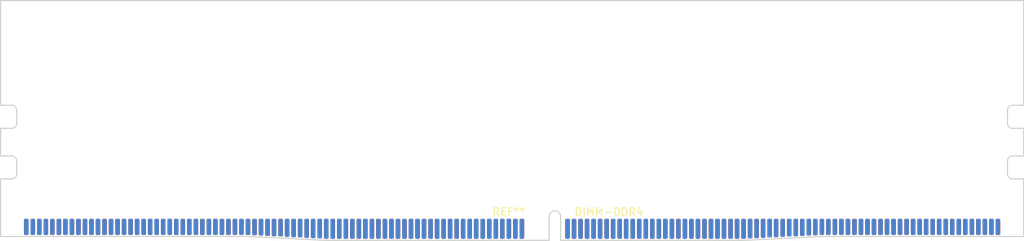
<source format=kicad_pcb>
(kicad_pcb (version 20241229) (generator "pcbnew") (generator_version "9.0")
  (layers (0 "F.Cu" signal) (2 "B.Cu" signal) (13 "F.Paste" user) (15 "B.Paste" user) (5 "F.SilkS" user "F.Silkscreen") (7 "B.SilkS" user "B.Silkscreen") (1 "F.Mask" user) (3 "B.Mask" user) (25 "Edge.Cuts" user))
  (net 0 "")
  (footprint "Library:DIMM-DDR4" (layer "F.Cu") (at 136.65 110)
    (property "Reference" "REF**" (at -1.7 -2.2 180) (layer "F.SilkS"))
    (property "Value" "DIMM-DDR4" (at 11.35 -2.2 0) (layer "F.SilkS"))
    (fp_line (start -67.95 -29.75) (end 65.4 -29.75) (stroke (width 0.15)) (layer "Edge.Cuts"))
    (fp_line (start -67.95 -16.1) (end -67.95 -29.75) (stroke (width 0.15)) (layer "Edge.Cuts"))
    (fp_line (start -67.95 -16.1) (end -66.5 -16.1) (stroke (width 0.15)) (layer "Edge.Cuts"))
    (fp_line (start -67.95 -13.1) (end -66.5 -13.1) (stroke (width 0.15)) (layer "Edge.Cuts"))
    (fp_line (start -67.95 -9.5) (end -67.95 -13.1) (stroke (width 0.15)) (layer "Edge.Cuts"))
    (fp_line (start -67.95 -9.5) (end -66.5 -9.5) (stroke (width 0.15)) (layer "Edge.Cuts"))
    (fp_line (start -67.95 -6.5) (end -66.5 -6.5) (stroke (width 0.15)) (layer "Edge.Cuts"))
    (fp_line (start -67.95 1) (end -67.95 -6.5) (stroke (width 0.15)) (layer "Edge.Cuts"))
    (fp_line (start -65.85 -13.75) (end -65.85 -15.45) (stroke (width 0.15)) (layer "Edge.Cuts"))
    (fp_line (start -65.85 -7.15) (end -65.85 -8.85) (stroke (width 0.15)) (layer "Edge.Cuts"))
    (fp_line (start -35.7 1) (end -67.95 1) (stroke (width 0.15)) (layer "Edge.Cuts"))
    (fp_line (start -25.5 1.5) (end -35.7 1) (stroke (width 0.15)) (layer "Edge.Cuts"))
    (fp_line (start 3.55 1.5) (end -25.5 1.5) (stroke (width 0.15)) (layer "Edge.Cuts"))
    (fp_line (start 3.55 1.5) (end 3.55 -1.6) (stroke (width 0.15)) (layer "Edge.Cuts"))
    (fp_line (start 5.05 -1.6) (end 5.05 1.5) (stroke (width 0.15)) (layer "Edge.Cuts"))
    (fp_line (start 5.05 1.5) (end 28.9 1.5) (stroke (width 0.15)) (layer "Edge.Cuts"))
    (fp_line (start 28.9 1.5) (end 39.1 1) (stroke (width 0.15)) (layer "Edge.Cuts"))
    (fp_line (start 39.1 1) (end 65.4 1) (stroke (width 0.15)) (layer "Edge.Cuts"))
    (fp_line (start 63.3 -13.75) (end 63.3 -15.45) (stroke (width 0.15)) (layer "Edge.Cuts"))
    (fp_line (start 63.3 -7.15) (end 63.3 -8.85) (stroke (width 0.15)) (layer "Edge.Cuts"))
    (fp_line (start 65.4 -16.1) (end 63.95 -16.1) (stroke (width 0.15)) (layer "Edge.Cuts"))
    (fp_line (start 65.4 -16.1) (end 65.4 -29.75) (stroke (width 0.15)) (layer "Edge.Cuts"))
    (fp_line (start 65.4 -13.1) (end 63.95 -13.1) (stroke (width 0.15)) (layer "Edge.Cuts"))
    (fp_line (start 65.4 -9.5) (end 63.95 -9.5) (stroke (width 0.15)) (layer "Edge.Cuts"))
    (fp_line (start 65.4 -9.5) (end 65.4 -13.1) (stroke (width 0.15)) (layer "Edge.Cuts"))
    (fp_line (start 65.4 -6.5) (end 63.95 -6.5) (stroke (width 0.15)) (layer "Edge.Cuts"))
    (fp_line (start 65.4 1) (end 65.4 -6.5) (stroke (width 0.15)) (layer "Edge.Cuts"))
    (fp_arc (start -66.5 -16.1) (mid -66.040381 -15.909619) (end -65.85 -15.45) (stroke (width 0.15)) (layer "Edge.Cuts"))
    (fp_arc (start -66.5 -9.5) (mid -66.040381 -9.309619) (end -65.85 -8.85) (stroke (width 0.15)) (layer "Edge.Cuts"))
    (fp_arc (start -65.85 -13.75) (mid -66.040381 -13.290381) (end -66.5 -13.1) (stroke (width 0.15)) (layer "Edge.Cuts"))
    (fp_arc (start -65.85 -7.15) (mid -66.040381 -6.690381) (end -66.5 -6.5) (stroke (width 0.15)) (layer "Edge.Cuts"))
    (fp_arc (start 3.55 -1.6) (mid 4.3 -2.35) (end 5.05 -1.6) (stroke (width 0.15)) (layer "Edge.Cuts"))
    (fp_arc (start 63.3 -15.45) (mid 63.490381 -15.909619) (end 63.95 -16.1) (stroke (width 0.15)) (layer "Edge.Cuts"))
    (fp_arc (start 63.3 -8.85) (mid 63.490381 -9.309619) (end 63.95 -9.5) (stroke (width 0.15)) (layer "Edge.Cuts"))
    (fp_arc (start 63.95 -13.1) (mid 63.490381 -13.290381) (end 63.3 -13.75) (stroke (width 0.15)) (layer "Edge.Cuts"))
    (fp_arc (start 63.95 -6.5) (mid 63.490381 -6.690381) (end 63.3 -7.15) (stroke (width 0.15)) (layer "Edge.Cuts"))
    (pad "1" smd roundrect (at -64.6 -0.25) (size 0.6 2.1) (layers "F.Cu" "F.Mask"))
    (pad "2" smd roundrect (at -63.75 -0.25) (size 0.6 2.1) (layers "F.Cu" "F.Mask"))
    (pad "3" smd roundrect (at -62.9 -0.25) (size 0.6 2.1) (layers "F.Cu" "F.Mask"))
    (pad "4" smd roundrect (at -62.05 -0.25) (size 0.6 2.1) (layers "F.Cu" "F.Mask"))
    (pad "5" smd roundrect (at -61.2 -0.25) (size 0.6 2.1) (layers "F.Cu" "F.Mask"))
    (pad "6" smd roundrect (at -60.35 -0.25) (size 0.6 2.1) (layers "F.Cu" "F.Mask"))
    (pad "7" smd roundrect (at -59.5 -0.25) (size 0.6 2.1) (layers "F.Cu" "F.Mask"))
    (pad "8" smd roundrect (at -58.65 -0.25) (size 0.6 2.1) (layers "F.Cu" "F.Mask"))
    (pad "9" smd roundrect (at -57.8 -0.25) (size 0.6 2.1) (layers "F.Cu" "F.Mask"))
    (pad "10" smd roundrect (at -56.95 -0.25) (size 0.6 2.1) (layers "F.Cu" "F.Mask"))
    (pad "11" smd roundrect (at -56.1 -0.25) (size 0.6 2.1) (layers "F.Cu" "F.Mask"))
    (pad "12" smd roundrect (at -55.25 -0.25) (size 0.6 2.1) (layers "F.Cu" "F.Mask"))
    (pad "13" smd roundrect (at -54.4 -0.25) (size 0.6 2.1) (layers "F.Cu" "F.Mask"))
    (pad "14" smd roundrect (at -53.55 -0.25) (size 0.6 2.1) (layers "F.Cu" "F.Mask"))
    (pad "15" smd roundrect (at -52.7 -0.25) (size 0.6 2.1) (layers "F.Cu" "F.Mask"))
    (pad "16" smd roundrect (at -51.85 -0.25) (size 0.6 2.1) (layers "F.Cu" "F.Mask"))
    (pad "17" smd roundrect (at -51 -0.25) (size 0.6 2.1) (layers "F.Cu" "F.Mask"))
    (pad "18" smd roundrect (at -50.15 -0.25) (size 0.6 2.1) (layers "F.Cu" "F.Mask"))
    (pad "19" smd roundrect (at -49.3 -0.25) (size 0.6 2.1) (layers "F.Cu" "F.Mask"))
    (pad "20" smd roundrect (at -48.45 -0.25) (size 0.6 2.1) (layers "F.Cu" "F.Mask"))
    (pad "21" smd roundrect (at -47.6 -0.25) (size 0.6 2.1) (layers "F.Cu" "F.Mask"))
    (pad "22" smd roundrect (at -46.75 -0.25) (size 0.6 2.1) (layers "F.Cu" "F.Mask"))
    (pad "23" smd roundrect (at -45.9 -0.25) (size 0.6 2.1) (layers "F.Cu" "F.Mask"))
    (pad "24" smd roundrect (at -45.05 -0.25) (size 0.6 2.1) (layers "F.Cu" "F.Mask"))
    (pad "25" smd roundrect (at -44.2 -0.25) (size 0.6 2.1) (layers "F.Cu" "F.Mask"))
    (pad "26" smd roundrect (at -43.35 -0.25) (size 0.6 2.1) (layers "F.Cu" "F.Mask"))
    (pad "27" smd roundrect (at -42.5 -0.25) (size 0.6 2.1) (layers "F.Cu" "F.Mask"))
    (pad "28" smd roundrect (at -41.65 -0.25) (size 0.6 2.1) (layers "F.Cu" "F.Mask"))
    (pad "29" smd roundrect (at -40.8 -0.25) (size 0.6 2.1) (layers "F.Cu" "F.Mask"))
    (pad "30" smd roundrect (at -39.95 -0.25) (size 0.6 2.1) (layers "F.Cu" "F.Mask"))
    (pad "31" smd roundrect (at -39.1 -0.25) (size 0.6 2.1) (layers "F.Cu" "F.Mask"))
    (pad "32" smd roundrect (at -38.25 -0.25) (size 0.6 2.1) (layers "F.Cu" "F.Mask"))
    (pad "33" smd roundrect (at -37.4 -0.25) (size 0.6 2.1) (layers "F.Cu" "F.Mask"))
    (pad "34" smd roundrect (at -36.55 -0.25) (size 0.6 2.1) (layers "F.Cu" "F.Mask"))
    (pad "35" smd roundrect (at -35.7 -0.25) (size 0.6 2.1) (layers "F.Cu" "F.Mask"))
    (pad "36" smd roundrect (at -34.85 0) (size 0.6 2.141667) (drill (offset 0 -0.229167)) (layers "F.Cu" "F.Mask"))
    (pad "37" smd roundrect (at -34 0) (size 0.6 2.183333) (drill (offset 0 -0.208333)) (layers "F.Cu" "F.Mask"))
    (pad "38" smd roundrect (at -33.15 0) (size 0.6 2.225) (drill (offset 0 -0.1875)) (layers "F.Cu" "F.Mask"))
    (pad "39" smd roundrect (at -32.3 0) (size 0.6 2.266667) (drill (offset 0 -0.166667)) (layers "F.Cu" "F.Mask"))
    (pad "40" smd roundrect (at -31.45 0) (size 0.6 2.308333) (drill (offset 0 -0.145833)) (layers "F.Cu" "F.Mask"))
    (pad "41" smd roundrect (at -30.6 0) (size 0.6 2.35) (drill (offset 0 -0.125)) (layers "F.Cu" "F.Mask"))
    (pad "42" smd roundrect (at -29.75 0) (size 0.6 2.391667) (drill (offset 0 -0.104167)) (layers "F.Cu" "F.Mask"))
    (pad "43" smd roundrect (at -28.9 0) (size 0.6 2.433333) (drill (offset 0 -0.083333)) (layers "F.Cu" "F.Mask"))
    (pad "44" smd roundrect (at -28.05 0) (size 0.6 2.475) (drill (offset 0 -0.0625)) (layers "F.Cu" "F.Mask"))
    (pad "45" smd roundrect (at -27.2 0) (size 0.6 2.516667) (drill (offset 0 -0.041667)) (layers "F.Cu" "F.Mask"))
    (pad "46" smd roundrect (at -26.35 0) (size 0.6 2.558333) (drill (offset 0 -0.020833)) (layers "F.Cu" "F.Mask"))
    (pad "47" smd roundrect (at -25.5 0) (size 0.6 2.6) (layers "F.Cu" "F.Mask"))
    (pad "48" smd roundrect (at -24.65 0) (size 0.6 2.6) (layers "F.Cu" "F.Mask"))
    (pad "49" smd roundrect (at -23.8 0) (size 0.6 2.6) (layers "F.Cu" "F.Mask"))
    (pad "50" smd roundrect (at -22.95 0) (size 0.6 2.6) (layers "F.Cu" "F.Mask"))
    (pad "51" smd roundrect (at -22.1 0) (size 0.6 2.6) (layers "F.Cu" "F.Mask"))
    (pad "52" smd roundrect (at -21.25 0) (size 0.6 2.6) (layers "F.Cu" "F.Mask"))
    (pad "53" smd roundrect (at -20.4 0) (size 0.6 2.6) (layers "F.Cu" "F.Mask"))
    (pad "54" smd roundrect (at -19.55 0) (size 0.6 2.6) (layers "F.Cu" "F.Mask"))
    (pad "55" smd roundrect (at -18.7 0) (size 0.6 2.6) (layers "F.Cu" "F.Mask"))
    (pad "56" smd roundrect (at -17.85 0) (size 0.6 2.6) (layers "F.Cu" "F.Mask"))
    (pad "57" smd roundrect (at -17 0) (size 0.6 2.6) (layers "F.Cu" "F.Mask"))
    (pad "58" smd roundrect (at -16.15 0) (size 0.6 2.6) (layers "F.Cu" "F.Mask"))
    (pad "59" smd roundrect (at -15.3 0) (size 0.6 2.6) (layers "F.Cu" "F.Mask"))
    (pad "60" smd roundrect (at -14.45 0) (size 0.6 2.6) (layers "F.Cu" "F.Mask"))
    (pad "61" smd roundrect (at -13.6 0) (size 0.6 2.6) (layers "F.Cu" "F.Mask"))
    (pad "62" smd roundrect (at -12.75 0) (size 0.6 2.6) (layers "F.Cu" "F.Mask"))
    (pad "63" smd roundrect (at -11.9 0) (size 0.6 2.6) (layers "F.Cu" "F.Mask"))
    (pad "64" smd roundrect (at -11.05 0) (size 0.6 2.6) (layers "F.Cu" "F.Mask"))
    (pad "65" smd roundrect (at -10.2 0) (size 0.6 2.6) (layers "F.Cu" "F.Mask"))
    (pad "66" smd roundrect (at -9.35 0) (size 0.6 2.6) (layers "F.Cu" "F.Mask"))
    (pad "67" smd roundrect (at -8.5 0) (size 0.6 2.6) (layers "F.Cu" "F.Mask"))
    (pad "68" smd roundrect (at -7.65 0) (size 0.6 2.6) (layers "F.Cu" "F.Mask"))
    (pad "69" smd roundrect (at -6.8 0) (size 0.6 2.6) (layers "F.Cu" "F.Mask"))
    (pad "70" smd roundrect (at -5.95 0) (size 0.6 2.6) (layers "F.Cu" "F.Mask"))
    (pad "71" smd roundrect (at -5.1 0) (size 0.6 2.6) (layers "F.Cu" "F.Mask"))
    (pad "72" smd roundrect (at -4.25 0) (size 0.6 2.6) (layers "F.Cu" "F.Mask"))
    (pad "73" smd roundrect (at -3.4 0) (size 0.6 2.6) (layers "F.Cu" "F.Mask"))
    (pad "74" smd roundrect (at -2.55 0) (size 0.6 2.6) (layers "F.Cu" "F.Mask"))
    (pad "75" smd roundrect (at -1.7 0) (size 0.6 2.6) (layers "F.Cu" "F.Mask"))
    (pad "76" smd roundrect (at -0.85 0) (size 0.6 2.6) (layers "F.Cu" "F.Mask"))
    (pad "77" smd roundrect (at 0 0) (size 0.6 2.6) (layers "F.Cu" "F.Mask"))
    (pad "78" smd roundrect (at 5.95 0) (size 0.6 2.6) (layers "F.Cu" "F.Mask"))
    (pad "79" smd roundrect (at 6.8 0) (size 0.6 2.6) (layers "F.Cu" "F.Mask"))
    (pad "80" smd roundrect (at 7.65 0) (size 0.6 2.6) (layers "F.Cu" "F.Mask"))
    (pad "81" smd roundrect (at 8.5 0) (size 0.6 2.6) (layers "F.Cu" "F.Mask"))
    (pad "82" smd roundrect (at 9.35 0) (size 0.6 2.6) (layers "F.Cu" "F.Mask"))
    (pad "83" smd roundrect (at 10.2 0) (size 0.6 2.6) (layers "F.Cu" "F.Mask"))
    (pad "84" smd roundrect (at 11.05 0) (size 0.6 2.6) (layers "F.Cu" "F.Mask"))
    (pad "85" smd roundrect (at 11.9 0) (size 0.6 2.6) (layers "F.Cu" "F.Mask"))
    (pad "86" smd roundrect (at 12.75 0) (size 0.6 2.6) (layers "F.Cu" "F.Mask"))
    (pad "87" smd roundrect (at 13.6 0) (size 0.6 2.6) (layers "F.Cu" "F.Mask"))
    (pad "88" smd roundrect (at 14.45 0) (size 0.6 2.6) (layers "F.Cu" "F.Mask"))
    (pad "89" smd roundrect (at 15.3 0) (size 0.6 2.6) (layers "F.Cu" "F.Mask"))
    (pad "90" smd roundrect (at 16.15 0) (size 0.6 2.6) (layers "F.Cu" "F.Mask"))
    (pad "91" smd roundrect (at 17 0) (size 0.6 2.6) (layers "F.Cu" "F.Mask"))
    (pad "92" smd roundrect (at 17.85 0) (size 0.6 2.6) (layers "F.Cu" "F.Mask"))
    (pad "93" smd roundrect (at 18.7 0) (size 0.6 2.6) (layers "F.Cu" "F.Mask"))
    (pad "94" smd roundrect (at 19.55 0) (size 0.6 2.6) (layers "F.Cu" "F.Mask"))
    (pad "95" smd roundrect (at 20.4 0) (size 0.6 2.6) (layers "F.Cu" "F.Mask"))
    (pad "96" smd roundrect (at 21.25 0) (size 0.6 2.6) (layers "F.Cu" "F.Mask"))
    (pad "97" smd roundrect (at 22.1 0) (size 0.6 2.6) (layers "F.Cu" "F.Mask"))
    (pad "98" smd roundrect (at 22.95 0) (size 0.6 2.6) (layers "F.Cu" "F.Mask"))
    (pad "99" smd roundrect (at 23.8 0) (size 0.6 2.6) (layers "F.Cu" "F.Mask"))
    (pad "100" smd roundrect (at 24.65 0) (size 0.6 2.6) (layers "F.Cu" "F.Mask"))
    (pad "101" smd roundrect (at 25.5 0) (size 0.6 2.6) (layers "F.Cu" "F.Mask"))
    (pad "102" smd roundrect (at 26.35 0) (size 0.6 2.6) (layers "F.Cu" "F.Mask"))
    (pad "103" smd roundrect (at 27.2 0) (size 0.6 2.6) (layers "F.Cu" "F.Mask"))
    (pad "104" smd roundrect (at 28.05 0) (size 0.6 2.6) (layers "F.Cu" "F.Mask"))
    (pad "105" smd roundrect (at 28.9 0) (size 0.6 2.6) (layers "F.Cu" "F.Mask"))
    (pad "106" smd roundrect (at 29.75 0) (size 0.6 2.558333) (drill (offset 0 -0.020833)) (layers "F.Cu" "F.Mask"))
    (pad "107" smd roundrect (at 30.6 0) (size 0.6 2.516667) (drill (offset 0 -0.041667)) (layers "F.Cu" "F.Mask"))
    (pad "108" smd roundrect (at 31.45 0) (size 0.6 2.475) (drill (offset 0 -0.0625)) (layers "F.Cu" "F.Mask"))
    (pad "109" smd roundrect (at 32.3 0) (size 0.6 2.433333) (drill (offset 0 -0.083333)) (layers "F.Cu" "F.Mask"))
    (pad "110" smd roundrect (at 33.15 0) (size 0.6 2.391667) (drill (offset 0 -0.104167)) (layers "F.Cu" "F.Mask"))
    (pad "111" smd roundrect (at 34 0) (size 0.6 2.35) (drill (offset 0 -0.125)) (layers "F.Cu" "F.Mask"))
    (pad "112" smd roundrect (at 34.85 0) (size 0.6 2.308333) (drill (offset 0 -0.145833)) (layers "F.Cu" "F.Mask"))
    (pad "113" smd roundrect (at 35.7 0) (size 0.6 2.266667) (drill (offset 0 -0.166667)) (layers "F.Cu" "F.Mask"))
    (pad "114" smd roundrect (at 36.55 0) (size 0.6 2.225) (drill (offset 0 -0.1875)) (layers "F.Cu" "F.Mask"))
    (pad "115" smd roundrect (at 37.4 0) (size 0.6 2.183333) (drill (offset 0 -0.208333)) (layers "F.Cu" "F.Mask"))
    (pad "116" smd roundrect (at 38.25 0) (size 0.6 2.141667) (drill (offset 0 -0.229167)) (layers "F.Cu" "F.Mask"))
    (pad "117" smd roundrect (at 39.1 -0.25) (size 0.6 2.1) (layers "F.Cu" "F.Mask"))
    (pad "118" smd roundrect (at 39.95 -0.25) (size 0.6 2.1) (layers "F.Cu" "F.Mask"))
    (pad "119" smd roundrect (at 40.8 -0.25) (size 0.6 2.1) (layers "F.Cu" "F.Mask"))
    (pad "120" smd roundrect (at 41.65 -0.25) (size 0.6 2.1) (layers "F.Cu" "F.Mask"))
    (pad "121" smd roundrect (at 42.5 -0.25) (size 0.6 2.1) (layers "F.Cu" "F.Mask"))
    (pad "122" smd roundrect (at 43.35 -0.25) (size 0.6 2.1) (layers "F.Cu" "F.Mask"))
    (pad "123" smd roundrect (at 44.2 -0.25) (size 0.6 2.1) (layers "F.Cu" "F.Mask"))
    (pad "124" smd roundrect (at 45.05 -0.25) (size 0.6 2.1) (layers "F.Cu" "F.Mask"))
    (pad "125" smd roundrect (at 45.9 -0.25) (size 0.6 2.1) (layers "F.Cu" "F.Mask"))
    (pad "126" smd roundrect (at 46.75 -0.25) (size 0.6 2.1) (layers "F.Cu" "F.Mask"))
    (pad "127" smd roundrect (at 47.6 -0.25) (size 0.6 2.1) (layers "F.Cu" "F.Mask"))
    (pad "128" smd roundrect (at 48.45 -0.25) (size 0.6 2.1) (layers "F.Cu" "F.Mask"))
    (pad "129" smd roundrect (at 49.3 -0.25) (size 0.6 2.1) (layers "F.Cu" "F.Mask"))
    (pad "130" smd roundrect (at 50.15 -0.25) (size 0.6 2.1) (layers "F.Cu" "F.Mask"))
    (pad "131" smd roundrect (at 51 -0.25) (size 0.6 2.1) (layers "F.Cu" "F.Mask"))
    (pad "132" smd roundrect (at 51.85 -0.25) (size 0.6 2.1) (layers "F.Cu" "F.Mask"))
    (pad "133" smd roundrect (at 52.7 -0.25) (size 0.6 2.1) (layers "F.Cu" "F.Mask"))
    (pad "134" smd roundrect (at 53.55 -0.25) (size 0.6 2.1) (layers "F.Cu" "F.Mask"))
    (pad "135" smd roundrect (at 54.4 -0.25) (size 0.6 2.1) (layers "F.Cu" "F.Mask"))
    (pad "136" smd roundrect (at 55.25 -0.25) (size 0.6 2.1) (layers "F.Cu" "F.Mask"))
    (pad "137" smd roundrect (at 56.1 -0.25) (size 0.6 2.1) (layers "F.Cu" "F.Mask"))
    (pad "138" smd roundrect (at 56.95 -0.25) (size 0.6 2.1) (layers "F.Cu" "F.Mask"))
    (pad "139" smd roundrect (at 57.8 -0.25) (size 0.6 2.1) (layers "F.Cu" "F.Mask"))
    (pad "140" smd roundrect (at 58.65 -0.25) (size 0.6 2.1) (layers "F.Cu" "F.Mask"))
    (pad "141" smd roundrect (at 59.5 -0.25) (size 0.6 2.1) (layers "F.Cu" "F.Mask"))
    (pad "142" smd roundrect (at 60.35 -0.25) (size 0.6 2.1) (layers "F.Cu" "F.Mask"))
    (pad "143" smd roundrect (at 61.2 -0.25) (size 0.6 2.1) (layers "F.Cu" "F.Mask"))
    (pad "144" smd roundrect (at 62.05 -0.25) (size 0.6 2.1) (layers "F.Cu" "F.Mask"))
    (pad "145" smd roundrect (at -64.6 -0.25 180) (size 0.6 2.1) (layers "B.Cu" "B.Mask"))
    (pad "146" smd roundrect (at -63.75 -0.25 180) (size 0.6 2.1) (layers "B.Cu" "B.Mask"))
    (pad "147" smd roundrect (at -62.9 -0.25 180) (size 0.6 2.1) (layers "B.Cu" "B.Mask"))
    (pad "148" smd roundrect (at -62.05 -0.25 180) (size 0.6 2.1) (layers "B.Cu" "B.Mask"))
    (pad "149" smd roundrect (at -61.2 -0.25 180) (size 0.6 2.1) (layers "B.Cu" "B.Mask"))
    (pad "150" smd roundrect (at -60.35 -0.25 180) (size 0.6 2.1) (layers "B.Cu" "B.Mask"))
    (pad "151" smd roundrect (at -59.5 -0.25 180) (size 0.6 2.1) (layers "B.Cu" "B.Mask"))
    (pad "152" smd roundrect (at -58.65 -0.25 180) (size 0.6 2.1) (layers "B.Cu" "B.Mask"))
    (pad "153" smd roundrect (at -57.8 -0.25 180) (size 0.6 2.1) (layers "B.Cu" "B.Mask"))
    (pad "154" smd roundrect (at -56.95 -0.25 180) (size 0.6 2.1) (layers "B.Cu" "B.Mask"))
    (pad "155" smd roundrect (at -56.1 -0.25 180) (size 0.6 2.1) (layers "B.Cu" "B.Mask"))
    (pad "156" smd roundrect (at -55.25 -0.25 180) (size 0.6 2.1) (layers "B.Cu" "B.Mask"))
    (pad "157" smd roundrect (at -54.4 -0.25 180) (size 0.6 2.1) (layers "B.Cu" "B.Mask"))
    (pad "158" smd roundrect (at -53.55 -0.25 180) (size 0.6 2.1) (layers "B.Cu" "B.Mask"))
    (pad "159" smd roundrect (at -52.7 -0.25 180) (size 0.6 2.1) (layers "B.Cu" "B.Mask"))
    (pad "160" smd roundrect (at -51.85 -0.25 180) (size 0.6 2.1) (layers "B.Cu" "B.Mask"))
    (pad "161" smd roundrect (at -51 -0.25 180) (size 0.6 2.1) (layers "B.Cu" "B.Mask"))
    (pad "162" smd roundrect (at -50.15 -0.25 180) (size 0.6 2.1) (layers "B.Cu" "B.Mask"))
    (pad "163" smd roundrect (at -49.3 -0.25 180) (size 0.6 2.1) (layers "B.Cu" "B.Mask"))
    (pad "164" smd roundrect (at -48.45 -0.25 180) (size 0.6 2.1) (layers "B.Cu" "B.Mask"))
    (pad "165" smd roundrect (at -47.6 -0.25 180) (size 0.6 2.1) (layers "B.Cu" "B.Mask"))
    (pad "166" smd roundrect (at -46.75 -0.25 180) (size 0.6 2.1) (layers "B.Cu" "B.Mask"))
    (pad "167" smd roundrect (at -45.9 -0.25 180) (size 0.6 2.1) (layers "B.Cu" "B.Mask"))
    (pad "168" smd roundrect (at -45.05 -0.25 180) (size 0.6 2.1) (layers "B.Cu" "B.Mask"))
    (pad "169" smd roundrect (at -44.2 -0.25 180) (size 0.6 2.1) (layers "B.Cu" "B.Mask"))
    (pad "170" smd roundrect (at -43.35 -0.25 180) (size 0.6 2.1) (layers "B.Cu" "B.Mask"))
    (pad "171" smd roundrect (at -42.5 -0.25 180) (size 0.6 2.1) (layers "B.Cu" "B.Mask"))
    (pad "172" smd roundrect (at -41.65 -0.25 180) (size 0.6 2.1) (layers "B.Cu" "B.Mask"))
    (pad "173" smd roundrect (at -40.8 -0.25 180) (size 0.6 2.1) (layers "B.Cu" "B.Mask"))
    (pad "174" smd roundrect (at -39.95 -0.25 180) (size 0.6 2.1) (layers "B.Cu" "B.Mask"))
    (pad "175" smd roundrect (at -39.1 -0.25 180) (size 0.6 2.1) (layers "B.Cu" "B.Mask"))
    (pad "176" smd roundrect (at -38.25 -0.25 180) (size 0.6 2.1) (layers "B.Cu" "B.Mask"))
    (pad "177" smd roundrect (at -37.4 -0.25 180) (size 0.6 2.1) (layers "B.Cu" "B.Mask"))
    (pad "178" smd roundrect (at -36.55 -0.25 180) (size 0.6 2.1) (layers "B.Cu" "B.Mask"))
    (pad "179" smd roundrect (at -35.7 -0.25 180) (size 0.6 2.1) (layers "B.Cu" "B.Mask"))
    (pad "180" smd roundrect (at -34.85 0 180) (size 0.6 2.141667) (drill (offset 0 0.229167)) (layers "B.Cu" "B.Mask"))
    (pad "181" smd roundrect (at -34 0 180) (size 0.6 2.183333) (drill (offset 0 0.208333)) (layers "B.Cu" "B.Mask"))
    (pad "182" smd roundrect (at -33.15 0 180) (size 0.6 2.225) (drill (offset 0 0.1875)) (layers "B.Cu" "B.Mask"))
    (pad "183" smd roundrect (at -32.3 0 180) (size 0.6 2.266667) (drill (offset 0 0.166667)) (layers "B.Cu" "B.Mask"))
    (pad "184" smd roundrect (at -31.45 0 180) (size 0.6 2.308333) (drill (offset 0 0.145833)) (layers "B.Cu" "B.Mask"))
    (pad "185" smd roundrect (at -30.6 0 180) (size 0.6 2.35) (drill (offset 0 0.125)) (layers "B.Cu" "B.Mask"))
    (pad "186" smd roundrect (at -29.75 0 180) (size 0.6 2.391667) (drill (offset 0 0.104167)) (layers "B.Cu" "B.Mask"))
    (pad "187" smd roundrect (at -28.9 0 180) (size 0.6 2.433333) (drill (offset 0 0.083333)) (layers "B.Cu" "B.Mask"))
    (pad "188" smd roundrect (at -28.05 0 180) (size 0.6 2.475) (drill (offset 0 0.0625)) (layers "B.Cu" "B.Mask"))
    (pad "189" smd roundrect (at -27.2 0 180) (size 0.6 2.516667) (drill (offset 0 0.041667)) (layers "B.Cu" "B.Mask"))
    (pad "190" smd roundrect (at -26.35 0 180) (size 0.6 2.558333) (drill (offset 0 0.020833)) (layers "B.Cu" "B.Mask"))
    (pad "191" smd roundrect (at -25.5 0 180) (size 0.6 2.6) (layers "B.Cu" "B.Mask"))
    (pad "192" smd roundrect (at -24.65 0 180) (size 0.6 2.6) (layers "B.Cu" "B.Mask"))
    (pad "193" smd roundrect (at -23.8 0 180) (size 0.6 2.6) (layers "B.Cu" "B.Mask"))
    (pad "194" smd roundrect (at -22.95 0 180) (size 0.6 2.6) (layers "B.Cu" "B.Mask"))
    (pad "195" smd roundrect (at -22.1 0 180) (size 0.6 2.6) (layers "B.Cu" "B.Mask"))
    (pad "196" smd roundrect (at -21.25 0 180) (size 0.6 2.6) (layers "B.Cu" "B.Mask"))
    (pad "197" smd roundrect (at -20.4 0 180) (size 0.6 2.6) (layers "B.Cu" "B.Mask"))
    (pad "198" smd roundrect (at -19.55 0 180) (size 0.6 2.6) (layers "B.Cu" "B.Mask"))
    (pad "199" smd roundrect (at -18.7 0 180) (size 0.6 2.6) (layers "B.Cu" "B.Mask"))
    (pad "200" smd roundrect (at -17.85 0 180) (size 0.6 2.6) (layers "B.Cu" "B.Mask"))
    (pad "201" smd roundrect (at -17 0 180) (size 0.6 2.6) (layers "B.Cu" "B.Mask"))
    (pad "202" smd roundrect (at -16.15 0 180) (size 0.6 2.6) (layers "B.Cu" "B.Mask"))
    (pad "203" smd roundrect (at -15.3 0 180) (size 0.6 2.6) (layers "B.Cu" "B.Mask"))
    (pad "204" smd roundrect (at -14.45 0 180) (size 0.6 2.6) (layers "B.Cu" "B.Mask"))
    (pad "205" smd roundrect (at -13.6 0 180) (size 0.6 2.6) (layers "B.Cu" "B.Mask"))
    (pad "206" smd roundrect (at -12.75 0 180) (size 0.6 2.6) (layers "B.Cu" "B.Mask"))
    (pad "207" smd roundrect (at -11.9 0 180) (size 0.6 2.6) (layers "B.Cu" "B.Mask"))
    (pad "208" smd roundrect (at -11.05 0 180) (size 0.6 2.6) (layers "B.Cu" "B.Mask"))
    (pad "209" smd roundrect (at -10.2 0 180) (size 0.6 2.6) (layers "B.Cu" "B.Mask"))
    (pad "210" smd roundrect (at -9.35 0 180) (size 0.6 2.6) (layers "B.Cu" "B.Mask"))
    (pad "211" smd roundrect (at -8.5 0 180) (size 0.6 2.6) (layers "B.Cu" "B.Mask"))
    (pad "212" smd roundrect (at -7.65 0 180) (size 0.6 2.6) (layers "B.Cu" "B.Mask"))
    (pad "213" smd roundrect (at -6.8 0 180) (size 0.6 2.6) (layers "B.Cu" "B.Mask"))
    (pad "214" smd roundrect (at -5.95 0 180) (size 0.6 2.6) (layers "B.Cu" "B.Mask"))
    (pad "215" smd roundrect (at -5.1 0 180) (size 0.6 2.6) (layers "B.Cu" "B.Mask"))
    (pad "216" smd roundrect (at -4.25 0 180) (size 0.6 2.6) (layers "B.Cu" "B.Mask"))
    (pad "217" smd roundrect (at -3.4 0 180) (size 0.6 2.6) (layers "B.Cu" "B.Mask"))
    (pad "218" smd roundrect (at -2.55 0 180) (size 0.6 2.6) (layers "B.Cu" "B.Mask"))
    (pad "219" smd roundrect (at -1.7 0 180) (size 0.6 2.6) (layers "B.Cu" "B.Mask"))
    (pad "220" smd roundrect (at -0.85 0 180) (size 0.6 2.6) (layers "B.Cu" "B.Mask"))
    (pad "221" smd roundrect (at 0 0 180) (size 0.6 2.6) (layers "B.Cu" "B.Mask"))
    (pad "222" smd roundrect (at 5.95 0 180) (size 0.6 2.6) (layers "B.Cu" "B.Mask"))
    (pad "223" smd roundrect (at 6.8 0 180) (size 0.6 2.6) (layers "B.Cu" "B.Mask"))
    (pad "224" smd roundrect (at 7.65 0 180) (size 0.6 2.6) (layers "B.Cu" "B.Mask"))
    (pad "225" smd roundrect (at 8.5 0 180) (size 0.6 2.6) (layers "B.Cu" "B.Mask"))
    (pad "226" smd roundrect (at 9.35 0 180) (size 0.6 2.6) (layers "B.Cu" "B.Mask"))
    (pad "227" smd roundrect (at 10.2 0 180) (size 0.6 2.6) (layers "B.Cu" "B.Mask"))
    (pad "228" smd roundrect (at 11.05 0 180) (size 0.6 2.6) (layers "B.Cu" "B.Mask"))
    (pad "229" smd roundrect (at 11.9 0 180) (size 0.6 2.6) (layers "B.Cu" "B.Mask"))
    (pad "230" smd roundrect (at 12.75 0 180) (size 0.6 2.6) (layers "B.Cu" "B.Mask"))
    (pad "231" smd roundrect (at 13.6 0 180) (size 0.6 2.6) (layers "B.Cu" "B.Mask"))
    (pad "232" smd roundrect (at 14.45 0 180) (size 0.6 2.6) (layers "B.Cu" "B.Mask"))
    (pad "233" smd roundrect (at 15.3 0 180) (size 0.6 2.6) (layers "B.Cu" "B.Mask"))
    (pad "234" smd roundrect (at 16.15 0 180) (size 0.6 2.6) (layers "B.Cu" "B.Mask"))
    (pad "235" smd roundrect (at 17 0 180) (size 0.6 2.6) (layers "B.Cu" "B.Mask"))
    (pad "236" smd roundrect (at 17.85 0 180) (size 0.6 2.6) (layers "B.Cu" "B.Mask"))
    (pad "237" smd roundrect (at 18.7 0 180) (size 0.6 2.6) (layers "B.Cu" "B.Mask"))
    (pad "238" smd roundrect (at 19.55 0 180) (size 0.6 2.6) (layers "B.Cu" "B.Mask"))
    (pad "239" smd roundrect (at 20.4 0 180) (size 0.6 2.6) (layers "B.Cu" "B.Mask"))
    (pad "240" smd roundrect (at 21.25 0 180) (size 0.6 2.6) (layers "B.Cu" "B.Mask"))
    (pad "241" smd roundrect (at 22.1 0 180) (size 0.6 2.6) (layers "B.Cu" "B.Mask"))
    (pad "242" smd roundrect (at 22.95 0 180) (size 0.6 2.6) (layers "B.Cu" "B.Mask"))
    (pad "243" smd roundrect (at 23.8 0 180) (size 0.6 2.6) (layers "B.Cu" "B.Mask"))
    (pad "244" smd roundrect (at 24.65 0 180) (size 0.6 2.6) (layers "B.Cu" "B.Mask"))
    (pad "245" smd roundrect (at 25.5 0 180) (size 0.6 2.6) (layers "B.Cu" "B.Mask"))
    (pad "246" smd roundrect (at 26.35 0 180) (size 0.6 2.6) (layers "B.Cu" "B.Mask"))
    (pad "247" smd roundrect (at 27.2 0 180) (size 0.6 2.6) (layers "B.Cu" "B.Mask"))
    (pad "248" smd roundrect (at 28.05 0 180) (size 0.6 2.6) (layers "B.Cu" "B.Mask"))
    (pad "249" smd roundrect (at 28.9 0 180) (size 0.6 2.6) (layers "B.Cu" "B.Mask"))
    (pad "250" smd roundrect (at 29.75 0 180) (size 0.6 2.558333) (drill (offset 0 0.020833)) (layers "B.Cu" "B.Mask"))
    (pad "251" smd roundrect (at 30.6 0 180) (size 0.6 2.516667) (drill (offset 0 0.041667)) (layers "B.Cu" "B.Mask"))
    (pad "252" smd roundrect (at 31.45 0 180) (size 0.6 2.475) (drill (offset 0 0.0625)) (layers "B.Cu" "B.Mask"))
    (pad "253" smd roundrect (at 32.3 0 180) (size 0.6 2.433333) (drill (offset 0 0.083333)) (layers "B.Cu" "B.Mask"))
    (pad "254" smd roundrect (at 33.15 0 180) (size 0.6 2.391667) (drill (offset 0 0.104167)) (layers "B.Cu" "B.Mask"))
    (pad "255" smd roundrect (at 34 0 180) (size 0.6 2.35) (drill (offset 0 0.125)) (layers "B.Cu" "B.Mask"))
    (pad "256" smd roundrect (at 34.85 0 180) (size 0.6 2.308333) (drill (offset 0 0.145833)) (layers "B.Cu" "B.Mask"))
    (pad "257" smd roundrect (at 35.7 0 180) (size 0.6 2.266667) (drill (offset 0 0.166667)) (layers "B.Cu" "B.Mask"))
    (pad "258" smd roundrect (at 36.55 0 180) (size 0.6 2.225) (drill (offset 0 0.1875)) (layers "B.Cu" "B.Mask"))
    (pad "259" smd roundrect (at 37.4 0 180) (size 0.6 2.183333) (drill (offset 0 0.208333)) (layers "B.Cu" "B.Mask"))
    (pad "260" smd roundrect (at 38.25 0 180) (size 0.6 2.141667) (drill (offset 0 0.229167)) (layers "B.Cu" "B.Mask"))
    (pad "261" smd roundrect (at 39.1 -0.25 180) (size 0.6 2.1) (layers "B.Cu" "B.Mask"))
    (pad "262" smd roundrect (at 39.95 -0.25 180) (size 0.6 2.1) (layers "B.Cu" "B.Mask"))
    (pad "263" smd roundrect (at 40.8 -0.25 180) (size 0.6 2.1) (layers "B.Cu" "B.Mask"))
    (pad "264" smd roundrect (at 41.65 -0.25 180) (size 0.6 2.1) (layers "B.Cu" "B.Mask"))
    (pad "265" smd roundrect (at 42.5 -0.25 180) (size 0.6 2.1) (layers "B.Cu" "B.Mask"))
    (pad "266" smd roundrect (at 43.35 -0.25 180) (size 0.6 2.1) (layers "B.Cu" "B.Mask"))
    (pad "267" smd roundrect (at 44.2 -0.25 180) (size 0.6 2.1) (layers "B.Cu" "B.Mask"))
    (pad "268" smd roundrect (at 45.05 -0.25 180) (size 0.6 2.1) (layers "B.Cu" "B.Mask"))
    (pad "269" smd roundrect (at 45.9 -0.25 180) (size 0.6 2.1) (layers "B.Cu" "B.Mask"))
    (pad "270" smd roundrect (at 46.75 -0.25 180) (size 0.6 2.1) (layers "B.Cu" "B.Mask"))
    (pad "271" smd roundrect (at 47.6 -0.25 180) (size 0.6 2.1) (layers "B.Cu" "B.Mask"))
    (pad "272" smd roundrect (at 48.45 -0.25 180) (size 0.6 2.1) (layers "B.Cu" "B.Mask"))
    (pad "273" smd roundrect (at 49.3 -0.25 180) (size 0.6 2.1) (layers "B.Cu" "B.Mask"))
    (pad "274" smd roundrect (at 50.15 -0.25 180) (size 0.6 2.1) (layers "B.Cu" "B.Mask"))
    (pad "275" smd roundrect (at 51 -0.25 180) (size 0.6 2.1) (layers "B.Cu" "B.Mask"))
    (pad "276" smd roundrect (at 51.85 -0.25 180) (size 0.6 2.1) (layers "B.Cu" "B.Mask"))
    (pad "277" smd roundrect (at 52.7 -0.25 180) (size 0.6 2.1) (layers "B.Cu" "B.Mask"))
    (pad "278" smd roundrect (at 53.55 -0.25 180) (size 0.6 2.1) (layers "B.Cu" "B.Mask"))
    (pad "279" smd roundrect (at 54.4 -0.25 180) (size 0.6 2.1) (layers "B.Cu" "B.Mask"))
    (pad "280" smd roundrect (at 55.25 -0.25 180) (size 0.6 2.1) (layers "B.Cu" "B.Mask"))
    (pad "281" smd roundrect (at 56.1 -0.25 180) (size 0.6 2.1) (layers "B.Cu" "B.Mask"))
    (pad "282" smd roundrect (at 56.95 -0.25 180) (size 0.6 2.1) (layers "B.Cu" "B.Mask"))
    (pad "283" smd roundrect (at 57.8 -0.25 180) (size 0.6 2.1) (layers "B.Cu" "B.Mask"))
    (pad "284" smd roundrect (at 58.65 -0.25 180) (size 0.6 2.1) (layers "B.Cu" "B.Mask"))
    (pad "285" smd roundrect (at 59.5 -0.25 180) (size 0.6 2.1) (layers "B.Cu" "B.Mask"))
    (pad "286" smd roundrect (at 60.35 -0.25 180) (size 0.6 2.1) (layers "B.Cu" "B.Mask"))
    (pad "287" smd roundrect (at 61.2 -0.25 180) (size 0.6 2.1) (layers "B.Cu" "B.Mask"))
    (pad "288" smd roundrect (at 62.05 -0.25 180) (size 0.6 2.1) (layers "B.Cu" "B.Mask"))
  )
)
</source>
